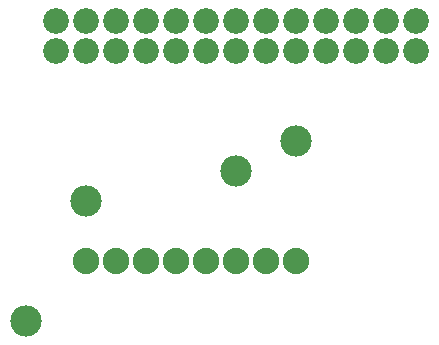
<source format=gbs>
G04 MADE WITH FRITZING*
G04 WWW.FRITZING.ORG*
G04 DOUBLE SIDED*
G04 HOLES PLATED*
G04 CONTOUR ON CENTER OF CONTOUR VECTOR*
%ASAXBY*%
%FSLAX23Y23*%
%MOIN*%
%OFA0B0*%
%SFA1.0B1.0*%
%ADD10C,0.088000*%
%ADD11C,0.104488*%
%ADD12C,0.085361*%
%ADD13R,0.001000X0.001000*%
%LNMASK0*%
G90*
G70*
G54D10*
X1115Y678D03*
X1015Y678D03*
X915Y678D03*
X815Y678D03*
X715Y678D03*
X615Y678D03*
X515Y678D03*
X415Y678D03*
X1115Y678D03*
X1015Y678D03*
X915Y678D03*
X815Y678D03*
X715Y678D03*
X615Y678D03*
X515Y678D03*
X415Y678D03*
G54D11*
X915Y978D03*
X215Y478D03*
X415Y878D03*
X1115Y1078D03*
G54D12*
X315Y1378D03*
X415Y1378D03*
X515Y1378D03*
X615Y1378D03*
X715Y1378D03*
X815Y1378D03*
X915Y1378D03*
X1015Y1378D03*
X1115Y1378D03*
X1215Y1378D03*
X1315Y1378D03*
X1415Y1378D03*
X1515Y1378D03*
X1515Y1478D03*
X1415Y1478D03*
X1315Y1478D03*
X1215Y1478D03*
X1115Y1478D03*
X1015Y1478D03*
X915Y1478D03*
X815Y1478D03*
X715Y1478D03*
X615Y1478D03*
X515Y1478D03*
X415Y1478D03*
X315Y1478D03*
G54D13*
D02*
G04 End of Mask0*
M02*
</source>
